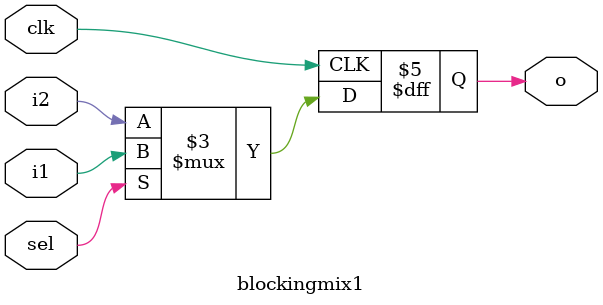
<source format=v>
module blockingmix1 (clk, sel, i1, i2, o);

  input       clk, sel, i1, i2;
  output reg  o;
  
  always @ (posedge clk)
  begin
    if (sel)
      o = i1;
    else
      o <= i2;
  end

endmodule

</source>
